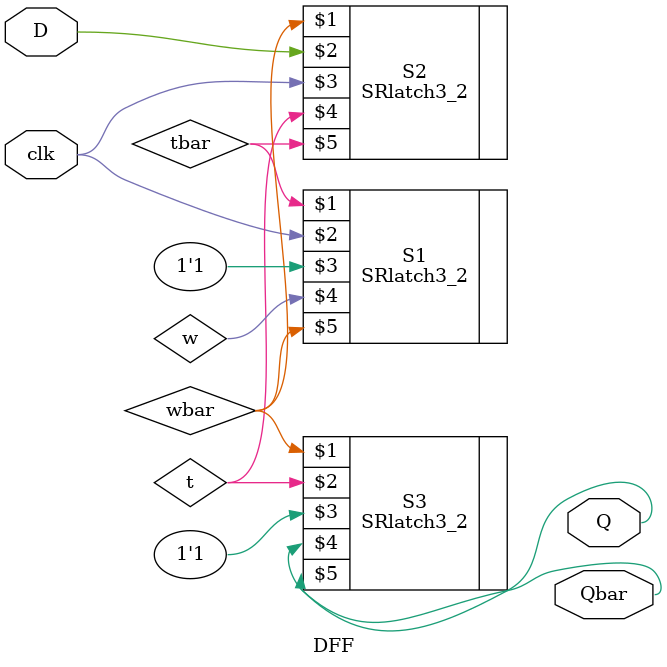
<source format=v>
`timescale 1ns/1ns

module DFF(input D, clk, output Q, Qbar);
	wire w, wbar, t, tbar;
	SRlatch3_2 S1(tbar, clk, 1'b1, w, wbar);
	SRlatch3_2 S2(wbar, D, clk, t, tbar);
	SRlatch3_2 S3(wbar, t, 1'b1, Q, Qbar);
endmodule
</source>
